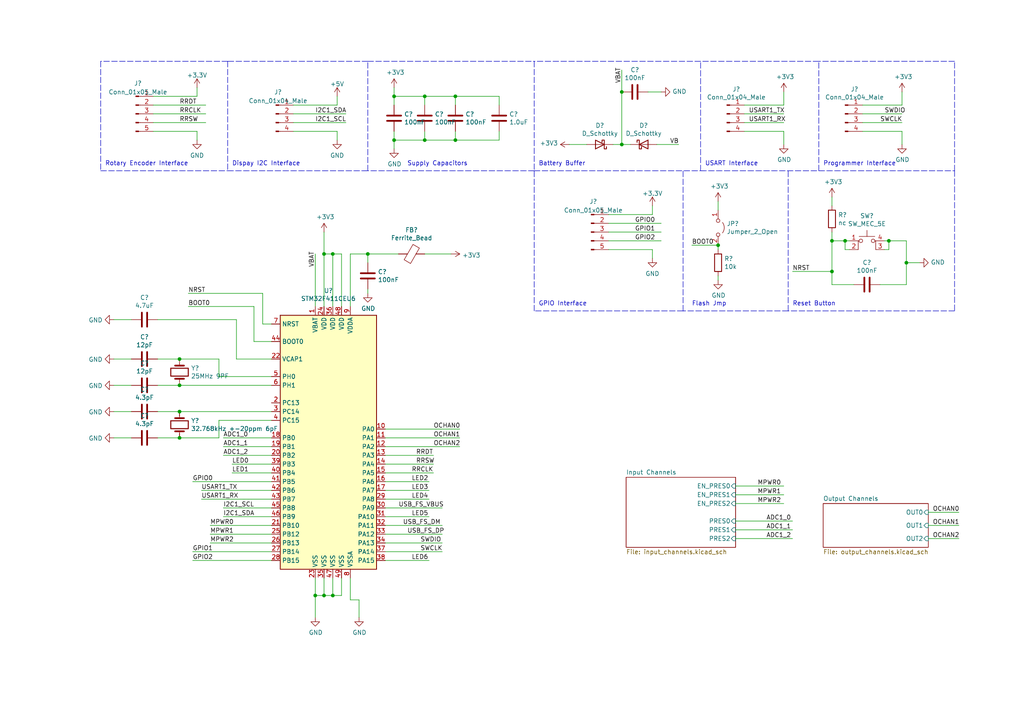
<source format=kicad_sch>
(kicad_sch (version 20211123) (generator eeschema)
  (paper "A4")
  (title_block (title "FloatPUMP Schematics") (date "2022-11-11") (rev "1.0") (company "robtor.de") (comment 1 "Controller board for up to 3 water pumps") (comment 2 "measuring capabilities with piezoresistive pressure sensors") (comment 3 "sensor input Range 4mA-20mA"))
  (lib_symbols
    (symbol "Connector:Conn_01x04_Male" (pin_names (offset 1.016) hide)
      (property "Reference" "J" (at 0 5.08 0))
      (property "Value" "Conn_01x04_Male" (at 0 -7.62 0))
      (symbol "Conn_01x04_Male_1_1"
        (polyline (pts (xy 1.27 -5.08) (xy 0.8636 -5.08)) (stroke (width 0.1524)))
        (polyline (pts (xy 1.27 -2.54) (xy 0.8636 -2.54)) (stroke (width 0.1524)))
        (polyline (pts (xy 1.27 0) (xy 0.8636 0)) (stroke (width 0.1524)))
        (polyline (pts (xy 1.27 2.54) (xy 0.8636 2.54)) (stroke (width 0.1524)))
        (rectangle (start 0.8636 -4.953) (end 0 -5.207) (stroke (width 0.1524)) (fill (type outline)))
        (rectangle (start 0.8636 -2.413) (end 0 -2.667) (stroke (width 0.1524)) (fill (type outline)))
        (rectangle (start 0.8636 0.127) (end 0 -0.127) (stroke (width 0.1524)) (fill (type outline)))
        (rectangle (start 0.8636 2.667) (end 0 2.413) (stroke (width 0.1524)) (fill (type outline)))
        (pin passive line (at 5.08 2.54 180) (length 3.81) (name "Pin_1") (number "1"))
        (pin passive line (at 5.08 0 180) (length 3.81) (name "Pin_2") (number "2"))
        (pin passive line (at 5.08 -2.54 180) (length 3.81) (name "Pin_3") (number "3"))
        (pin passive line (at 5.08 -5.08 180) (length 3.81) (name "Pin_4") (number "4"))
      )
    )
    (symbol "Connector:Conn_01x05_Male" (pin_names (offset 1.016) hide)
      (property "Reference" "J" (at 0 7.62 0))
      (property "Value" "Conn_01x05_Male" (at 0 -7.62 0))
      (symbol "Conn_01x05_Male_1_1"
        (polyline (pts (xy 1.27 -5.08) (xy 0.8636 -5.08)) (stroke (width 0.1524)))
        (polyline (pts (xy 1.27 -2.54) (xy 0.8636 -2.54)) (stroke (width 0.1524)))
        (polyline (pts (xy 1.27 0) (xy 0.8636 0)) (stroke (width 0.1524)))
        (polyline (pts (xy 1.27 2.54) (xy 0.8636 2.54)) (stroke (width 0.1524)))
        (polyline (pts (xy 1.27 5.08) (xy 0.8636 5.08)) (stroke (width 0.1524)))
        (rectangle (start 0.8636 -4.953) (end 0 -5.207) (stroke (width 0.1524)) (fill (type outline)))
        (rectangle (start 0.8636 -2.413) (end 0 -2.667) (stroke (width 0.1524)) (fill (type outline)))
        (rectangle (start 0.8636 0.127) (end 0 -0.127) (stroke (width 0.1524)) (fill (type outline)))
        (rectangle (start 0.8636 2.667) (end 0 2.413) (stroke (width 0.1524)) (fill (type outline)))
        (rectangle (start 0.8636 5.207) (end 0 4.953) (stroke (width 0.1524)) (fill (type outline)))
        (pin passive line (at 5.08 5.08 180) (length 3.81) (name "Pin_1") (number "1"))
        (pin passive line (at 5.08 2.54 180) (length 3.81) (name "Pin_2") (number "2"))
        (pin passive line (at 5.08 0 180) (length 3.81) (name "Pin_3") (number "3"))
        (pin passive line (at 5.08 -2.54 180) (length 3.81) (name "Pin_4") (number "4"))
        (pin passive line (at 5.08 -5.08 180) (length 3.81) (name "Pin_5") (number "5"))
      )
    )
    (symbol "Device:C" (pin_numbers hide) (pin_names (offset 0.254))
      (property "Reference" "C" (at 0.635 2.54 0))
      (property "Value" "C" (at 0.635 -2.54 0))
      (symbol "C_0_1"
        (polyline (pts (xy -2.032 -0.762) (xy 2.032 -0.762)) (stroke (width 0.508)))
        (polyline (pts (xy -2.032 0.762) (xy 2.032 0.762)) (stroke (width 0.508)))
      )
      (symbol "C_1_1"
        (pin passive line (at 0 3.81 270) (length 2.794) (name "~") (number "1"))
        (pin passive line (at 0 -3.81 90) (length 2.794) (name "~") (number "2"))
      )
    )
    (symbol "Device:Crystal" (pin_numbers hide) (pin_names (offset 1.016) hide)
      (property "Reference" "Y" (at 0 3.81 0))
      (property "Value" "Crystal" (at 0 -3.81 0))
      (symbol "Crystal_0_1"
        (rectangle (start -1.143 2.54) (end 1.143 -2.54) (stroke (width 0.3048)))
        (polyline (pts (xy -2.54 0) (xy -1.905 0)))
        (polyline (pts (xy -1.905 -1.27) (xy -1.905 1.27)) (stroke (width 0.508)))
        (polyline (pts (xy 1.905 -1.27) (xy 1.905 1.27)) (stroke (width 0.508)))
        (polyline (pts (xy 2.54 0) (xy 1.905 0)))
      )
      (symbol "Crystal_1_1"
        (pin passive line (at -3.81 0 0) (length 1.27) (name "1") (number "1"))
        (pin passive line (at 3.81 0 180) (length 1.27) (name "2") (number "2"))
      )
    )
    (symbol "Device:D_Schottky" (pin_numbers hide) (pin_names (offset 1.016) hide)
      (property "Reference" "D" (at 0 2.54 0))
      (property "Value" "D_Schottky" (at 0 -2.54 0))
      (symbol "D_Schottky_0_1"
        (polyline (pts (xy 1.27 0) (xy -1.27 0)))
        (polyline (pts (xy 1.27 1.27) (xy 1.27 -1.27) (xy -1.27 0) (xy 1.27 1.27)) (stroke (width 0.254)))
        (polyline (pts (xy -1.905 0.635) (xy -1.905 1.27) (xy -1.27 1.27) (xy -1.27 -1.27) (xy -0.635 -1.27) (xy -0.635 -0.635)) (stroke (width 0.254)))
      )
      (symbol "D_Schottky_1_1"
        (pin passive line (at -3.81 0 0) (length 2.54) (name "K") (number "1"))
        (pin passive line (at 3.81 0 180) (length 2.54) (name "A") (number "2"))
      )
    )
    (symbol "Device:R" (pin_numbers hide) (pin_names (offset 0))
      (property "Reference" "R" (at 2.032 0 90))
      (property "Value" "R" (at 0 0 90))
      (symbol "R_0_1"
        (rectangle (start -1.016 -2.54) (end 1.016 2.54) (stroke (width 0.254)))
      )
      (symbol "R_1_1"
        (pin passive line (at 0 3.81 270) (length 1.27) (name "~") (number "1"))
        (pin passive line (at 0 -3.81 90) (length 1.27) (name "~") (number "2"))
      )
    )
    (symbol "FloatPUMP-rescue:+3.3V-power" (power) (pin_names (offset 0))
      (property "Value" "+3.3V-power" (at 0 3.556 0))
      (symbol "+3.3V-power_0_1"
        (polyline (pts (xy -0.762 1.27) (xy 0 2.54)))
        (polyline (pts (xy 0 0) (xy 0 2.54)))
        (polyline (pts (xy 0 2.54) (xy 0.762 1.27)))
      )
      (symbol "+3.3V-power_1_1"
        (pin power_in line (at 0 0 90) (length 0) hide (name "+3V3") (number "1"))
      )
    )
    (symbol "FloatPUMP-rescue:Ferrite_Bead-Device" (pin_numbers hide) (pin_names (offset 0))
      (property "Reference" "FB" (at -3.81 0.635 90))
      (property "Value" "Ferrite_Bead-Device" (at 3.81 0 90))
      (symbol "Ferrite_Bead-Device_0_1"
        (polyline (pts (xy 0 -1.27) (xy 0 -1.2192)))
        (polyline (pts (xy 0 1.27) (xy 0 1.2954)))
        (polyline (pts (xy -2.7686 0.4064) (xy -1.7018 2.2606) (xy 2.7686 -0.3048) (xy 1.6764 -2.159) (xy -2.7686 0.4064)))
      )
      (symbol "Ferrite_Bead-Device_1_1"
        (pin passive line (at 0 3.81 270) (length 2.54) (name "~") (number "1"))
        (pin passive line (at 0 -3.81 90) (length 2.54) (name "~") (number "2"))
      )
    )
    (symbol "Jumper:Jumper_2_Open" (pin_names (offset 0) hide)
      (property "Reference" "JP" (at 0 2.794 0))
      (property "Value" "Jumper_2_Open" (at 0 -2.286 0))
      (symbol "Jumper_2_Open_0_0"
        (circle (center -2.032 0) (radius 0.508))
        (circle (center 2.032 0) (radius 0.508))
      )
      (symbol "Jumper_2_Open_0_1"
        (arc (start 1.524 1.27) (mid 0 1.778) (end -1.524 1.27))
      )
      (symbol "Jumper_2_Open_1_1"
        (pin passive line (at -5.08 0 0) (length 2.54) (name "A") (number "1"))
        (pin passive line (at 5.08 0 180) (length 2.54) (name "B") (number "2"))
      )
    )
    (symbol "MCU_ST_STM32F4:STM32F411CEUx"
      (property "Reference" "U" (at -15.24 36.83 0))
      (property "Value" "STM32F411CEUx" (at 7.62 36.83 0))
      (symbol "STM32F411CEUx_0_1"
        (rectangle (start -15.24 -38.1) (end 12.7 35.56) (stroke (width 0.254)) (fill (type background)))
      )
      (symbol "STM32F411CEUx_1_1"
        (pin power_in line (at -5.08 38.1 270) (length 2.54) (name "VBAT") (number "1"))
        (pin bidirectional line (at 15.24 2.54 180) (length 2.54) (name "PA0") (number "10"))
        (pin bidirectional line (at 15.24 0 180) (length 2.54) (name "PA1") (number "11"))
        (pin bidirectional line (at 15.24 -2.54 180) (length 2.54) (name "PA2") (number "12"))
        (pin bidirectional line (at 15.24 -5.08 180) (length 2.54) (name "PA3") (number "13"))
        (pin bidirectional line (at 15.24 -7.62 180) (length 2.54) (name "PA4") (number "14"))
        (pin bidirectional line (at 15.24 -10.16 180) (length 2.54) (name "PA5") (number "15"))
        (pin bidirectional line (at 15.24 -12.7 180) (length 2.54) (name "PA6") (number "16"))
        (pin bidirectional line (at 15.24 -15.24 180) (length 2.54) (name "PA7") (number "17"))
        (pin bidirectional line (at -17.78 0 0) (length 2.54) (name "PB0") (number "18"))
        (pin bidirectional line (at -17.78 -2.54 0) (length 2.54) (name "PB1") (number "19"))
        (pin bidirectional line (at -17.78 10.16 0) (length 2.54) (name "PC13") (number "2"))
        (pin bidirectional line (at -17.78 -5.08 0) (length 2.54) (name "PB2") (number "20"))
        (pin bidirectional line (at -17.78 -25.4 0) (length 2.54) (name "PB10") (number "21"))
        (pin power_in line (at -17.78 22.86 0) (length 2.54) (name "VCAP1") (number "22"))
        (pin power_in line (at -5.08 -40.64 90) (length 2.54) (name "VSS") (number "23"))
        (pin power_in line (at -2.54 38.1 270) (length 2.54) (name "VDD") (number "24"))
        (pin bidirectional line (at -17.78 -27.94 0) (length 2.54) (name "PB12") (number "25"))
        (pin bidirectional line (at -17.78 -30.48 0) (length 2.54) (name "PB13") (number "26"))
        (pin bidirectional line (at -17.78 -33.02 0) (length 2.54) (name "PB14") (number "27"))
        (pin bidirectional line (at -17.78 -35.56 0) (length 2.54) (name "PB15") (number "28"))
        (pin bidirectional line (at 15.24 -17.78 180) (length 2.54) (name "PA8") (number "29"))
        (pin bidirectional line (at -17.78 7.62 0) (length 2.54) (name "PC14") (number "3"))
        (pin bidirectional line (at 15.24 -20.32 180) (length 2.54) (name "PA9") (number "30"))
        (pin bidirectional line (at 15.24 -22.86 180) (length 2.54) (name "PA10") (number "31"))
        (pin bidirectional line (at 15.24 -25.4 180) (length 2.54) (name "PA11") (number "32"))
        (pin bidirectional line (at 15.24 -27.94 180) (length 2.54) (name "PA12") (number "33"))
        (pin bidirectional line (at 15.24 -30.48 180) (length 2.54) (name "PA13") (number "34"))
        (pin power_in line (at -2.54 -40.64 90) (length 2.54) (name "VSS") (number "35"))
        (pin power_in line (at 0 38.1 270) (length 2.54) (name "VDD") (number "36"))
        (pin bidirectional line (at 15.24 -33.02 180) (length 2.54) (name "PA14") (number "37"))
        (pin bidirectional line (at 15.24 -35.56 180) (length 2.54) (name "PA15") (number "38"))
        (pin bidirectional line (at -17.78 -7.62 0) (length 2.54) (name "PB3") (number "39"))
        (pin bidirectional line (at -17.78 5.08 0) (length 2.54) (name "PC15") (number "4"))
        (pin bidirectional line (at -17.78 -10.16 0) (length 2.54) (name "PB4") (number "40"))
        (pin bidirectional line (at -17.78 -12.7 0) (length 2.54) (name "PB5") (number "41"))
        (pin bidirectional line (at -17.78 -15.24 0) (length 2.54) (name "PB6") (number "42"))
        (pin bidirectional line (at -17.78 -17.78 0) (length 2.54) (name "PB7") (number "43"))
        (pin input line (at -17.78 27.94 0) (length 2.54) (name "BOOT0") (number "44"))
        (pin bidirectional line (at -17.78 -20.32 0) (length 2.54) (name "PB8") (number "45"))
        (pin bidirectional line (at -17.78 -22.86 0) (length 2.54) (name "PB9") (number "46"))
        (pin power_in line (at 0 -40.64 90) (length 2.54) (name "VSS") (number "47"))
        (pin power_in line (at 2.54 38.1 270) (length 2.54) (name "VDD") (number "48"))
        (pin power_in line (at 2.54 -40.64 90) (length 2.54) (name "VSS") (number "49"))
        (pin input line (at -17.78 17.78 0) (length 2.54) (name "PH0") (number "5"))
        (pin input line (at -17.78 15.24 0) (length 2.54) (name "PH1") (number "6"))
        (pin input line (at -17.78 33.02 0) (length 2.54) (name "NRST") (number "7"))
        (pin power_in line (at 5.08 -40.64 90) (length 2.54) (name "VSSA") (number "8"))
        (pin power_in line (at 5.08 38.1 270) (length 2.54) (name "VDDA") (number "9"))
      )
    )
    (symbol "Switch:SW_MEC_5E" (pin_names (offset 1.016) hide)
      (property "Reference" "SW" (at 0.635 5.715 0))
      (property "Value" "SW_MEC_5E" (at 0 -3.175 0))
      (symbol "SW_MEC_5E_0_1"
        (circle (center -1.778 2.54) (radius 0.508))
        (polyline (pts (xy -2.286 3.81) (xy 2.286 3.81)))
        (polyline (pts (xy 0 3.81) (xy 0 5.588)))
        (polyline (pts (xy -2.54 0) (xy -2.54 2.54) (xy -2.286 2.54)))
        (polyline (pts (xy 2.54 0) (xy 2.54 2.54) (xy 2.286 2.54)))
        (circle (center 1.778 2.54) (radius 0.508))
        (pin passive line (at -5.08 2.54 0) (length 2.54) (name "1") (number "1"))
        (pin passive line (at -5.08 0 0) (length 2.54) (name "2") (number "2"))
        (pin passive line (at 5.08 0 180) (length 2.54) (name "K") (number "3"))
        (pin passive line (at 5.08 2.54 180) (length 2.54) (name "A") (number "4"))
      )
    )
    (symbol "power:+3.3V" (power) (pin_names (offset 0))
      (property "Value" "+3.3V" (at 0 3.556 0))
      (symbol "+3.3V_0_1"
        (polyline (pts (xy -0.762 1.27) (xy 0 2.54)))
        (polyline (pts (xy 0 0) (xy 0 2.54)))
        (polyline (pts (xy 0 2.54) (xy 0.762 1.27)))
      )
      (symbol "+3.3V_1_1"
        (pin power_in line (at 0 0 90) (length 0) hide (name "+3.3V") (number "1"))
      )
    )
    (symbol "power:+5V" (power) (pin_names (offset 0))
      (property "Value" "+5V" (at 0 3.556 0))
      (symbol "+5V_0_1"
        (polyline (pts (xy -0.762 1.27) (xy 0 2.54)))
        (polyline (pts (xy 0 0) (xy 0 2.54)))
        (polyline (pts (xy 0 2.54) (xy 0.762 1.27)))
      )
      (symbol "+5V_1_1"
        (pin power_in line (at 0 0 90) (length 0) hide (name "+5V") (number "1"))
      )
    )
    (symbol "power:GND" (power) (pin_names (offset 0))
      (property "Value" "GND" (at 0 -3.81 0))
      (symbol "GND_0_1"
        (polyline (pts (xy 0 0) (xy 0 -1.27) (xy 1.27 -1.27) (xy 0 -2.54) (xy -1.27 -1.27) (xy 0 -1.27)))
      )
      (symbol "GND_1_1"
        (pin power_in line (at 0 0 270) (length 0) hide (name "GND") (number "1"))
      )
    )
  )
  (junction (at 91.44 172.72))
  (junction (at 96.52 73.66))
  (junction (at 132.08 27.94))
  (junction (at 123.19 40.64))
  (junction (at 123.19 27.94))
  (junction (at 96.52 172.72))
  (junction (at 52.07 127))
  (junction (at 114.3 40.64))
  (junction (at 241.3 78.74))
  (junction (at 180.34 41.91))
  (junction (at 262.89 76.2))
  (junction (at 132.08 40.64))
  (junction (at 52.07 104.14))
  (junction (at 257.81 69.85))
  (junction (at 52.07 119.38))
  (junction (at 52.07 111.76))
  (junction (at 245.11 69.85))
  (junction (at 180.34 26.67))
  (junction (at 106.68 73.66))
  (junction (at 208.28 71.12))
  (junction (at 114.3 27.94))
  (junction (at 93.98 73.66))
  (junction (at 93.98 172.72))
  (junction (at 241.3 69.85))
  (wire (pts (xy 64.77 129.54) (xy 78.74 129.54)))
  (wire (pts (xy 38.1 119.38) (xy 33.02 119.38)))
  (wire (pts (xy 73.66 99.06) (xy 73.66 88.9)))
  (wire (pts (xy 255.27 82.55) (xy 262.89 82.55)))
  (wire (pts (xy 99.06 73.66) (xy 96.52 73.66)))
  (wire (pts (xy 123.19 27.94) (xy 123.19 30.48)))
  (wire (pts (xy 114.3 27.94) (xy 114.3 30.48)))
  (wire (pts (xy 52.07 104.14) (xy 45.72 104.14)))
  (wire (pts (xy 78.74 119.38) (xy 52.07 119.38)))
  (wire (pts (xy 78.74 139.7) (xy 55.88 139.7)))
  (wire (pts (xy 78.74 160.02) (xy 55.88 160.02)))
  (polyline (pts (xy 106.68 49.53) (xy 106.68 17.78)))
  (wire (pts (xy 78.74 132.08) (xy 64.77 132.08)))
  (wire (pts (xy 93.98 172.72) (xy 91.44 172.72)))
  (polyline (pts (xy 228.6 90.17) (xy 198.12 90.17)))
  (wire (pts (xy 78.74 149.86) (xy 64.77 149.86)))
  (wire (pts (xy 106.68 83.82) (xy 106.68 85.09)))
  (wire (pts (xy 208.28 80.01) (xy 208.28 81.28)))
  (wire (pts (xy 111.76 127) (xy 133.35 127)))
  (wire (pts (xy 111.76 157.48) (xy 128.27 157.48)))
  (wire (pts (xy 215.9 35.56) (xy 227.33 35.56)))
  (wire (pts (xy 104.14 173.99) (xy 101.6 173.99)))
  (polyline (pts (xy 154.94 90.17) (xy 154.94 49.53)))
  (wire (pts (xy 241.3 69.85) (xy 241.3 78.74)))
  (wire (pts (xy 96.52 167.64) (xy 96.52 172.72)))
  (wire (pts (xy 241.3 78.74) (xy 229.87 78.74)))
  (wire (pts (xy 104.14 179.07) (xy 104.14 173.99)))
  (wire (pts (xy 176.53 72.39) (xy 189.23 72.39)))
  (wire (pts (xy 144.78 40.64) (xy 132.08 40.64)))
  (wire (pts (xy 44.45 27.94) (xy 57.15 27.94)))
  (wire (pts (xy 189.23 72.39) (xy 189.23 74.93)))
  (wire (pts (xy 256.54 72.39) (xy 257.81 72.39)))
  (wire (pts (xy 111.76 160.02) (xy 128.27 160.02)))
  (wire (pts (xy 52.07 111.76) (xy 45.72 111.76)))
  (wire (pts (xy 111.76 147.32) (xy 128.27 147.32)))
  (polyline (pts (xy 66.04 17.78) (xy 29.21 17.78)))
  (polyline (pts (xy 66.04 49.53) (xy 106.68 49.53)))
  (wire (pts (xy 250.19 33.02) (xy 261.62 33.02)))
  (wire (pts (xy 33.02 111.76) (xy 38.1 111.76)))
  (wire (pts (xy 132.08 27.94) (xy 123.19 27.94)))
  (polyline (pts (xy 154.94 49.53) (xy 106.68 49.53)))
  (wire (pts (xy 132.08 38.1) (xy 132.08 40.64)))
  (wire (pts (xy 123.19 73.66) (xy 130.81 73.66)))
  (wire (pts (xy 246.38 72.39) (xy 245.11 72.39)))
  (wire (pts (xy 176.53 67.31) (xy 191.77 67.31)))
  (wire (pts (xy 250.19 30.48) (xy 261.62 30.48)))
  (wire (pts (xy 111.76 124.46) (xy 133.35 124.46)))
  (wire (pts (xy 78.74 144.78) (xy 58.42 144.78)))
  (wire (pts (xy 257.81 69.85) (xy 262.89 69.85)))
  (wire (pts (xy 247.65 82.55) (xy 241.3 82.55)))
  (wire (pts (xy 45.72 92.71) (xy 68.58 92.71)))
  (wire (pts (xy 111.76 129.54) (xy 133.35 129.54)))
  (polyline (pts (xy 29.21 17.78) (xy 29.21 49.53)))
  (wire (pts (xy 99.06 167.64) (xy 99.06 172.72)))
  (wire (pts (xy 213.36 140.97) (xy 227.33 140.97)))
  (wire (pts (xy 111.76 137.16) (xy 125.73 137.16)))
  (wire (pts (xy 68.58 104.14) (xy 78.74 104.14)))
  (wire (pts (xy 96.52 88.9) (xy 96.52 73.66)))
  (wire (pts (xy 180.34 26.67) (xy 180.34 20.32)))
  (wire (pts (xy 269.24 152.4) (xy 278.13 152.4)))
  (wire (pts (xy 208.28 58.42) (xy 208.28 60.96)))
  (polyline (pts (xy 276.86 49.53) (xy 276.86 17.78)))
  (polyline (pts (xy 154.94 49.53) (xy 203.2 49.53)))
  (wire (pts (xy 52.07 119.38) (xy 45.72 119.38)))
  (wire (pts (xy 208.28 71.12) (xy 200.66 71.12)))
  (wire (pts (xy 38.1 104.14) (xy 33.02 104.14)))
  (wire (pts (xy 227.33 38.1) (xy 227.33 41.91)))
  (wire (pts (xy 111.76 142.24) (xy 124.46 142.24)))
  (wire (pts (xy 78.74 137.16) (xy 67.31 137.16)))
  (polyline (pts (xy 106.68 17.78) (xy 154.94 17.78)))
  (wire (pts (xy 262.89 69.85) (xy 262.89 76.2)))
  (wire (pts (xy 213.36 151.13) (xy 229.87 151.13)))
  (wire (pts (xy 111.76 134.62) (xy 125.73 134.62)))
  (wire (pts (xy 144.78 38.1) (xy 144.78 40.64)))
  (wire (pts (xy 76.2 93.98) (xy 76.2 85.09)))
  (wire (pts (xy 227.33 30.48) (xy 227.33 26.67)))
  (wire (pts (xy 241.3 57.15) (xy 241.3 59.69)))
  (polyline (pts (xy 106.68 17.78) (xy 66.04 17.78)))
  (wire (pts (xy 123.19 27.94) (xy 114.3 27.94)))
  (wire (pts (xy 241.3 78.74) (xy 241.3 82.55)))
  (wire (pts (xy 63.5 104.14) (xy 52.07 104.14)))
  (wire (pts (xy 215.9 30.48) (xy 227.33 30.48)))
  (wire (pts (xy 176.53 62.23) (xy 189.23 62.23)))
  (polyline (pts (xy 29.21 49.53) (xy 66.04 49.53)))
  (wire (pts (xy 63.5 109.22) (xy 63.5 104.14)))
  (wire (pts (xy 101.6 88.9) (xy 101.6 73.66)))
  (wire (pts (xy 213.36 156.21) (xy 229.87 156.21)))
  (wire (pts (xy 241.3 69.85) (xy 245.11 69.85)))
  (wire (pts (xy 262.89 76.2) (xy 266.7 76.2)))
  (wire (pts (xy 63.5 121.92) (xy 63.5 127)))
  (wire (pts (xy 78.74 134.62) (xy 67.31 134.62)))
  (wire (pts (xy 111.76 152.4) (xy 128.27 152.4)))
  (wire (pts (xy 123.19 38.1) (xy 123.19 40.64)))
  (wire (pts (xy 144.78 30.48) (xy 144.78 27.94)))
  (polyline (pts (xy 276.86 17.78) (xy 237.49 17.78)))
  (wire (pts (xy 78.74 111.76) (xy 52.07 111.76)))
  (wire (pts (xy 114.3 38.1) (xy 114.3 40.64)))
  (wire (pts (xy 111.76 132.08) (xy 125.73 132.08)))
  (wire (pts (xy 241.3 67.31) (xy 241.3 69.85)))
  (wire (pts (xy 215.9 38.1) (xy 227.33 38.1)))
  (wire (pts (xy 123.19 40.64) (xy 114.3 40.64)))
  (wire (pts (xy 93.98 88.9) (xy 93.98 73.66)))
  (wire (pts (xy 213.36 153.67) (xy 229.87 153.67)))
  (wire (pts (xy 261.62 30.48) (xy 261.62 26.67)))
  (wire (pts (xy 182.88 41.91) (xy 180.34 41.91)))
  (wire (pts (xy 73.66 88.9) (xy 54.61 88.9)))
  (wire (pts (xy 99.06 172.72) (xy 96.52 172.72)))
  (wire (pts (xy 68.58 92.71) (xy 68.58 104.14)))
  (wire (pts (xy 96.52 172.72) (xy 93.98 172.72)))
  (wire (pts (xy 180.34 41.91) (xy 177.8 41.91)))
  (wire (pts (xy 132.08 40.64) (xy 123.19 40.64)))
  (wire (pts (xy 78.74 109.22) (xy 63.5 109.22)))
  (wire (pts (xy 111.76 139.7) (xy 124.46 139.7)))
  (polyline (pts (xy 154.94 17.78) (xy 154.94 49.53)))
  (wire (pts (xy 85.09 38.1) (xy 97.79 38.1)))
  (wire (pts (xy 245.11 72.39) (xy 245.11 69.85)))
  (polyline (pts (xy 237.49 17.78) (xy 203.2 17.78)))
  (wire (pts (xy 97.79 38.1) (xy 97.79 40.64)))
  (wire (pts (xy 91.44 172.72) (xy 91.44 167.64)))
  (wire (pts (xy 76.2 85.09) (xy 54.61 85.09)))
  (wire (pts (xy 111.76 149.86) (xy 124.46 149.86)))
  (polyline (pts (xy 237.49 49.53) (xy 237.49 17.78)))
  (wire (pts (xy 78.74 154.94) (xy 60.96 154.94)))
  (wire (pts (xy 44.45 33.02) (xy 59.69 33.02)))
  (wire (pts (xy 269.24 156.21) (xy 278.13 156.21)))
  (wire (pts (xy 38.1 92.71) (xy 33.02 92.71)))
  (wire (pts (xy 33.02 127) (xy 38.1 127)))
  (wire (pts (xy 93.98 73.66) (xy 93.98 67.31)))
  (wire (pts (xy 93.98 167.64) (xy 93.98 172.72)))
  (wire (pts (xy 97.79 27.94) (xy 97.79 30.48)))
  (wire (pts (xy 106.68 76.2) (xy 106.68 73.66)))
  (wire (pts (xy 215.9 33.02) (xy 227.33 33.02)))
  (wire (pts (xy 176.53 64.77) (xy 191.77 64.77)))
  (wire (pts (xy 132.08 30.48) (xy 132.08 27.94)))
  (wire (pts (xy 189.23 59.69) (xy 189.23 62.23)))
  (polyline (pts (xy 198.12 90.17) (xy 198.12 49.53)))
  (wire (pts (xy 262.89 76.2) (xy 262.89 82.55)))
  (polyline (pts (xy 276.86 49.53) (xy 276.86 90.17)))
  (wire (pts (xy 257.81 72.39) (xy 257.81 69.85)))
  (wire (pts (xy 78.74 93.98) (xy 76.2 93.98)))
  (wire (pts (xy 85.09 30.48) (xy 97.79 30.48)))
  (wire (pts (xy 63.5 127) (xy 52.07 127)))
  (wire (pts (xy 180.34 41.91) (xy 180.34 26.67)))
  (wire (pts (xy 57.15 38.1) (xy 57.15 40.64)))
  (polyline (pts (xy 228.6 90.17) (xy 228.6 49.53)))
  (wire (pts (xy 256.54 69.85) (xy 257.81 69.85)))
  (wire (pts (xy 250.19 35.56) (xy 261.62 35.56)))
  (wire (pts (xy 78.74 162.56) (xy 55.88 162.56)))
  (polyline (pts (xy 198.12 90.17) (xy 154.94 90.17)))
  (polyline (pts (xy 276.86 90.17) (xy 228.6 90.17)))
  (wire (pts (xy 111.76 154.94) (xy 128.27 154.94)))
  (polyline (pts (xy 66.04 17.78) (xy 66.04 49.53)))
  (wire (pts (xy 91.44 88.9) (xy 91.44 73.66)))
  (wire (pts (xy 96.52 73.66) (xy 93.98 73.66)))
  (wire (pts (xy 250.19 38.1) (xy 261.62 38.1)))
  (wire (pts (xy 114.3 27.94) (xy 114.3 25.4)))
  (wire (pts (xy 99.06 88.9) (xy 99.06 73.66)))
  (wire (pts (xy 208.28 72.39) (xy 208.28 71.12)))
  (wire (pts (xy 114.3 40.64) (xy 114.3 43.18)))
  (wire (pts (xy 176.53 69.85) (xy 191.77 69.85)))
  (polyline (pts (xy 203.2 49.53) (xy 237.49 49.53)))
  (wire (pts (xy 111.76 162.56) (xy 124.46 162.56)))
  (wire (pts (xy 44.45 38.1) (xy 57.15 38.1)))
  (wire (pts (xy 261.62 38.1) (xy 261.62 41.91)))
  (wire (pts (xy 58.42 142.24) (xy 78.74 142.24)))
  (wire (pts (xy 245.11 69.85) (xy 246.38 69.85)))
  (wire (pts (xy 91.44 172.72) (xy 91.44 179.07)))
  (wire (pts (xy 78.74 121.92) (xy 63.5 121.92)))
  (wire (pts (xy 78.74 99.06) (xy 73.66 99.06)))
  (wire (pts (xy 213.36 143.51) (xy 227.33 143.51)))
  (wire (pts (xy 78.74 127) (xy 64.77 127)))
  (polyline (pts (xy 203.2 17.78) (xy 154.94 17.78)))
  (wire (pts (xy 190.5 41.91) (xy 196.85 41.91)))
  (wire (pts (xy 191.77 26.67) (xy 187.96 26.67)))
  (wire (pts (xy 106.68 73.66) (xy 115.57 73.66)))
  (wire (pts (xy 85.09 33.02) (xy 100.33 33.02)))
  (wire (pts (xy 111.76 144.78) (xy 124.46 144.78)))
  (wire (pts (xy 78.74 157.48) (xy 60.96 157.48)))
  (wire (pts (xy 44.45 30.48) (xy 59.69 30.48)))
  (wire (pts (xy 85.09 35.56) (xy 100.33 35.56)))
  (wire (pts (xy 52.07 127) (xy 45.72 127)))
  (wire (pts (xy 144.78 27.94) (xy 132.08 27.94)))
  (polyline (pts (xy 203.2 49.53) (xy 203.2 17.78)))
  (wire (pts (xy 269.24 148.59) (xy 278.13 148.59)))
  (wire (pts (xy 57.15 25.4) (xy 57.15 27.94)))
  (wire (pts (xy 101.6 173.99) (xy 101.6 167.64)))
  (wire (pts (xy 165.1 41.91) (xy 170.18 41.91)))
  (wire (pts (xy 44.45 35.56) (xy 59.69 35.56)))
  (wire (pts (xy 78.74 147.32) (xy 64.77 147.32)))
  (wire (pts (xy 101.6 73.66) (xy 106.68 73.66)))
  (wire (pts (xy 78.74 152.4) (xy 60.96 152.4)))
  (polyline (pts (xy 237.49 49.53) (xy 276.86 49.53)))
  (wire (pts (xy 213.36 146.05) (xy 227.33 146.05)))
  (text "Dispay I2C Interface" (at 67.31 48.26 0) (effects (font (size 1.27 1.27)) (justify left bottom)))
  (text "GPIO Interface" (at 156.21 88.9 0) (effects (font (size 1.27 1.27)) (justify left bottom)))
  (text "Supply Capacitors" (at 118.11 48.26 0) (effects (font (size 1.27 1.27)) (justify left bottom)))
  (text "Programmer Interface" (at 238.76 48.26 0) (effects (font (size 1.27 1.27)) (justify left bottom)))
  (text "USART Interface" (at 204.47 48.26 0) (effects (font (size 1.27 1.27)) (justify left bottom)))
  (text "Flash Jmp" (at 200.66 88.9 0) (effects (font (size 1.27 1.27)) (justify left bottom)))
  (text "Reset Button" (at 229.87 88.9 0) (effects (font (size 1.27 1.27)) (justify left bottom)))
  (text "Rotary Encoder Interface" (at 30.48 48.26 0) (effects (font (size 1.27 1.27)) (justify left bottom)))
  (text "Battery Buffer" (at 156.21 48.26 0) (effects (font (size 1.27 1.27)) (justify left bottom)))
  (label "ADC1_2" (at 64.77 132.08 0))
  (label "GPIO1" (at 184.15 67.31 0))
  (label "VB" (at 194.31 41.91 0))
  (label "SWDIO" (at 256.54 33.02 0))
  (label "NRST" (at 229.87 78.74 0))
  (label "I2C1_SCL" (at 91.44 35.56 0))
  (label "RRDT" (at 52.07 30.48 0))
  (label "USART1_RX" (at 58.42 144.78 0))
  (label "VBAT" (at 91.44 77.47 90))
  (label "SWDIO" (at 121.92 157.48 0))
  (label "GPIO2" (at 55.88 162.56 0))
  (label "MPWR2" (at 60.96 157.48 0))
  (label "USB_FS_DM" (at 116.84 152.4 0))
  (label "LED4" (at 119.38 144.78 0))
  (label "BOOT0" (at 200.66 71.12 0))
  (label "OCHAN2" (at 270.51 156.21 0))
  (label "SWCLK" (at 121.92 160.02 0))
  (label "I2C1_SDA" (at 64.77 149.86 0))
  (label "USART1_TX" (at 58.42 142.24 0))
  (label "RRSW" (at 52.07 35.56 0))
  (label "ADC1_1" (at 222.25 153.67 0))
  (label "I2C1_SCL" (at 64.77 147.32 0))
  (label "LED0" (at 67.31 134.62 0))
  (label "OCHAN1" (at 125.73 127 0))
  (label "SWCLK" (at 255.27 35.56 0))
  (label "OCHAN2" (at 125.73 129.54 0))
  (label "RRSW" (at 120.65 134.62 0))
  (label "OCHAN0" (at 270.51 148.59 0))
  (label "ADC1_2" (at 222.25 156.21 0))
  (label "USART1_RX" (at 217.17 35.56 0))
  (label "MPWR2" (at 219.71 146.05 0))
  (label "LED6" (at 119.38 162.56 0))
  (label "NRST" (at 54.61 85.09 0))
  (label "GPIO0" (at 55.88 139.7 0))
  (label "RRCLK" (at 119.38 137.16 0))
  (label "LED3" (at 119.38 142.24 0))
  (label "LED1" (at 67.31 137.16 0))
  (label "OCHAN0" (at 125.73 124.46 0))
  (label "GPIO0" (at 184.15 64.77 0))
  (label "GPIO1" (at 55.88 160.02 0))
  (label "OCHAN1" (at 270.51 152.4 0))
  (label "RRCLK" (at 52.07 33.02 0))
  (label "MPWR0" (at 219.71 140.97 0))
  (label "I2C1_SDA" (at 91.44 33.02 0))
  (label "ADC1_1" (at 64.77 129.54 0))
  (label "USB_FS_DP" (at 118.11 154.94 0))
  (label "USART1_TX" (at 217.17 33.02 0))
  (label "USB_FS_VBUS" (at 115.57 147.32 0))
  (label "ADC1_0" (at 64.77 127 0))
  (label "MPWR1" (at 60.96 154.94 0))
  (label "LED5" (at 119.38 149.86 0))
  (label "BOOT0" (at 54.61 88.9 0))
  (label "RRDT" (at 120.65 132.08 0))
  (label "MPWR1" (at 219.71 143.51 0))
  (label "ADC1_0" (at 222.25 151.13 0))
  (label "VBAT" (at 180.34 24.13 90))
  (label "MPWR0" (at 60.96 152.4 0))
  (label "LED2" (at 119.38 139.7 0))
  (label "GPIO2" (at 184.15 69.85 0))
  (symbol (lib_id "MCU_ST_STM32F4:STM32F411CEUx") (at 96.52 127 0) (unit 1)
    (property "Reference" "U?" (at 95.25 84.3026 0))
    (property "Value" "STM32F411CEU6" (at 95.25 86.614 0))
    (property "Footprint" "Package_DFN_QFN:QFN-48-1EP_7x7mm_P0.5mm_EP5.6x5.6mm" (effects hide))
    (property "Datasheet" "http://www.st.com/st-web-ui/static/active/en/resource/technical/document/datasheet/DM00115249.pdf" (effects hide))
  )
  (symbol (lib_id "Device:Crystal") (at 52.07 107.95 270) (unit 1)
    (property "Reference" "Y?" (at 55.3974 106.7816 90) (effects (justify left)))
    (property "Value" "25MHz 9PF" (at 55.3974 109.093 90) (effects (justify left)))
  )
  (symbol (lib_id "Device:C") (at 41.91 104.14 270) (unit 1)
    (property "Reference" "C?" (at 41.91 97.7392 90))
    (property "Value" "12pF" (at 41.91 100.0506 90))
  )
  (symbol (lib_id "Device:C") (at 41.91 111.76 270) (unit 1)
    (property "Reference" "C?" (at 41.91 105.3592 90))
    (property "Value" "12pF" (at 41.91 107.6706 90))
  )
  (symbol (lib_id "Device:Crystal") (at 52.07 123.19 270) (unit 1)
    (property "Reference" "Y?" (at 55.3974 122.0216 90) (effects (justify left)))
    (property "Value" "32.768kHz +-20ppm 6pF" (at 55.3974 124.333 90) (effects (justify left)))
  )
  (symbol (lib_id "Device:C") (at 41.91 119.38 270) (unit 1)
    (property "Reference" "C?" (at 41.91 112.9792 90))
    (property "Value" "4.3pF" (at 41.91 115.2906 90))
  )
  (symbol (lib_id "Device:C") (at 41.91 127 270) (unit 1)
    (property "Reference" "C?" (at 41.91 120.5992 90))
    (property "Value" "4.3pF" (at 41.91 122.9106 90))
  )
  (symbol (lib_id "power:GND") (at 33.02 104.14 270) (unit 1)
    (property "Reference" "#PWR?" (effects hide))
    (property "Value" "GND" (at 29.7688 104.267 90) (effects (justify right)))
  )
  (symbol (lib_id "power:GND") (at 33.02 111.76 270) (unit 1)
    (property "Reference" "#PWR?" (effects hide))
    (property "Value" "GND" (at 29.7688 111.887 90) (effects (justify right)))
  )
  (symbol (lib_id "power:GND") (at 33.02 119.38 270) (unit 1)
    (property "Reference" "#PWR?" (effects hide))
    (property "Value" "GND" (at 29.7688 119.507 90) (effects (justify right)))
  )
  (symbol (lib_id "power:GND") (at 33.02 127 270) (unit 1)
    (property "Reference" "#PWR?" (effects hide))
    (property "Value" "GND" (at 29.7688 127.127 90) (effects (justify right)))
  )
  (symbol (lib_id "Connector:Conn_01x04_Male") (at 245.11 33.02 0) (unit 1)
    (property "Reference" "J?" (at 247.8532 25.8826 0))
    (property "Value" "Conn_01x04_Male" (at 247.8532 28.194 0))
  )
  (symbol (lib_id "Device:C") (at 41.91 92.71 270) (unit 1)
    (property "Reference" "C?" (at 41.91 86.3092 90))
    (property "Value" "4.7uF" (at 41.91 88.6206 90))
  )
  (symbol (lib_id "power:GND") (at 33.02 92.71 270) (unit 1)
    (property "Reference" "#PWR?" (effects hide))
    (property "Value" "GND" (at 29.7688 92.837 90) (effects (justify right)))
  )
  (symbol (lib_id "FloatPUMP-rescue:+3.3V-power") (at 261.62 26.67 0) (unit 1)
    (property "Reference" "#PWR?" (effects hide))
    (property "Value" "+3.3V" (at 262.001 22.2758 0))
  )
  (symbol (lib_id "FloatPUMP-rescue:+3.3V-power") (at 93.98 67.31 0) (unit 1)
    (property "Reference" "#PWR?" (effects hide))
    (property "Value" "+3.3V" (at 94.361 62.9158 0))
  )
  (symbol (lib_id "FloatPUMP-rescue:+3.3V-power") (at 130.81 73.66 270) (unit 1)
    (property "Reference" "#PWR?" (effects hide))
    (property "Value" "+3.3V" (at 134.0612 74.041 90) (effects (justify left)))
  )
  (symbol (lib_id "power:GND") (at 106.68 85.09 0) (unit 1)
    (property "Reference" "#PWR?" (effects hide))
    (property "Value" "GND" (at 106.807 89.4842 0))
  )
  (symbol (lib_id "Device:C") (at 106.68 80.01 0) (unit 1)
    (property "Reference" "C?" (at 109.601 78.8416 0) (effects (justify left)))
    (property "Value" "100nF" (at 109.601 81.153 0) (effects (justify left)))
  )
  (symbol (lib_id "Device:C") (at 114.3 34.29 0) (unit 1)
    (property "Reference" "C?" (at 117.221 33.1216 0) (effects (justify left)))
    (property "Value" "100nF" (at 117.221 35.433 0) (effects (justify left)))
  )
  (symbol (lib_id "Device:C") (at 123.19 34.29 0) (unit 1)
    (property "Reference" "C?" (at 126.111 33.1216 0) (effects (justify left)))
    (property "Value" "100nF" (at 126.111 35.433 0) (effects (justify left)))
  )
  (symbol (lib_id "Device:C") (at 132.08 34.29 0) (unit 1)
    (property "Reference" "C?" (at 135.001 33.1216 0) (effects (justify left)))
    (property "Value" "100nF" (at 135.001 35.433 0) (effects (justify left)))
  )
  (symbol (lib_id "power:GND") (at 114.3 43.18 0) (unit 1)
    (property "Reference" "#PWR?" (effects hide))
    (property "Value" "GND" (at 114.427 47.5742 0))
  )
  (symbol (lib_id "FloatPUMP-rescue:+3.3V-power") (at 114.3 25.4 0) (unit 1)
    (property "Reference" "#PWR?" (effects hide))
    (property "Value" "+3.3V" (at 114.681 21.0058 0))
  )
  (symbol (lib_id "power:GND") (at 104.14 179.07 0) (unit 1)
    (property "Reference" "#PWR?" (effects hide))
    (property "Value" "GND" (at 104.267 183.4642 0))
  )
  (symbol (lib_id "power:GND") (at 91.44 179.07 0) (unit 1)
    (property "Reference" "#PWR?" (effects hide))
    (property "Value" "GND" (at 91.567 183.4642 0))
  )
  (symbol (lib_id "Jumper:Jumper_2_Open") (at 208.28 66.04 270) (unit 1)
    (property "Reference" "JP?" (at 210.7692 64.8716 90) (effects (justify left)))
    (property "Value" "Jumper_2_Open" (at 210.7692 67.183 90) (effects (justify left)))
  )
  (symbol (lib_id "power:GND") (at 261.62 41.91 0) (unit 1)
    (property "Reference" "#PWR?" (effects hide))
    (property "Value" "GND" (at 261.747 46.3042 0))
  )
  (symbol (lib_id "power:GND") (at 208.28 81.28 0) (unit 1)
    (property "Reference" "#PWR?" (effects hide))
    (property "Value" "GND" (at 208.407 85.6742 0))
  )
  (symbol (lib_id "FloatPUMP-rescue:+3.3V-power") (at 208.28 58.42 0) (unit 1)
    (property "Reference" "#PWR?" (effects hide))
    (property "Value" "+3.3V" (at 208.661 54.0258 0))
  )
  (symbol (lib_id "Device:R") (at 208.28 76.2 0) (unit 1)
    (property "Reference" "R?" (at 210.058 75.0316 0) (effects (justify left)))
    (property "Value" "10k" (at 210.058 77.343 0) (effects (justify left)))
  )
  (symbol (lib_id "Switch:SW_MEC_5E") (at 251.46 72.39 0) (unit 1)
    (property "Reference" "SW?" (at 251.46 62.611 0))
    (property "Value" "SW_MEC_5E" (at 251.46 64.9224 0))
    (property "Datasheet" "http://www.apem.com/int/index.php?controller=attachment&id_attachment=1371" (effects hide))
  )
  (symbol (lib_id "Device:C") (at 251.46 82.55 270) (unit 1)
    (property "Reference" "C?" (at 251.46 76.1492 90))
    (property "Value" "100nF" (at 251.46 78.4606 90))
  )
  (symbol (lib_id "FloatPUMP-rescue:Ferrite_Bead-Device") (at 119.38 73.66 270) (unit 1)
    (property "Reference" "FB?" (at 119.38 66.7004 90))
    (property "Value" "Ferrite_Bead" (at 119.38 69.0118 90))
  )
  (symbol (lib_id "Device:R") (at 241.3 63.5 0) (unit 1)
    (property "Reference" "R?" (at 243.078 62.3316 0) (effects (justify left)))
    (property "Value" "nc" (at 243.078 64.643 0) (effects (justify left)))
  )
  (symbol (lib_id "FloatPUMP-rescue:+3.3V-power") (at 241.3 57.15 0) (unit 1)
    (property "Reference" "#PWR?" (effects hide))
    (property "Value" "+3.3V" (at 241.681 52.7558 0))
  )
  (symbol (lib_id "Device:C") (at 144.78 34.29 0) (unit 1)
    (property "Reference" "C?" (at 147.701 33.1216 0) (effects (justify left)))
    (property "Value" "1.0uF" (at 147.701 35.433 0) (effects (justify left)))
  )
  (symbol (lib_id "power:GND") (at 266.7 76.2 90) (unit 1)
    (property "Reference" "#PWR?" (effects hide))
    (property "Value" "GND" (at 269.9512 76.073 90) (effects (justify right)))
  )
  (symbol (lib_id "Device:D_Schottky") (at 173.99 41.91 180) (unit 1)
    (property "Reference" "D?" (at 173.99 36.3982 0))
    (property "Value" "D_Schottky" (at 173.99 38.7096 0))
  )
  (symbol (lib_id "Device:D_Schottky") (at 186.69 41.91 0) (unit 1)
    (property "Reference" "D?" (at 186.69 36.3982 0))
    (property "Value" "D_Schottky" (at 186.69 38.7096 0))
  )
  (symbol (lib_id "Device:C") (at 184.15 26.67 90) (unit 1)
    (property "Reference" "C?" (at 184.15 20.2692 90))
    (property "Value" "100nF" (at 184.15 22.5806 90))
  )
  (symbol (lib_id "power:GND") (at 191.77 26.67 90) (unit 1)
    (property "Reference" "#PWR?" (effects hide))
    (property "Value" "GND" (at 195.0212 26.543 90) (effects (justify right)))
  )
  (symbol (lib_id "FloatPUMP-rescue:+3.3V-power") (at 165.1 41.91 90) (unit 1)
    (property "Reference" "#PWR?" (effects hide))
    (property "Value" "+3.3V" (at 161.8488 41.529 90) (effects (justify left)))
  )
  (symbol (lib_id "power:+5V") (at 97.79 27.94 0) (unit 1)
    (property "Reference" "#PWR?" (effects hide))
    (property "Value" "+5V" (at 97.79 24.3642 0))
  )
  (symbol (lib_id "Connector:Conn_01x05_Male") (at 39.37 33.02 0) (unit 1)
    (property "Reference" "J?" (at 40.005 24.164 0))
    (property "Value" "Conn_01x05_Male" (at 40.005 26.7009 0))
  )
  (symbol (lib_id "power:GND") (at 227.33 41.91 0) (unit 1)
    (property "Reference" "#PWR?" (effects hide))
    (property "Value" "GND" (at 227.457 46.3042 0))
  )
  (symbol (lib_id "power:+3.3V") (at 57.15 25.4 0) (unit 1)
    (property "Reference" "#PWR?" (effects hide))
    (property "Value" "+3.3V" (at 57.15 21.8242 0))
  )
  (symbol (lib_id "power:GND") (at 189.23 74.93 0) (unit 1)
    (property "Reference" "#PWR?" (effects hide))
    (property "Value" "GND" (at 189.23 79.3734 0))
  )
  (symbol (lib_id "power:GND") (at 57.15 40.64 0) (unit 1)
    (property "Reference" "#PWR?" (effects hide))
    (property "Value" "GND" (at 57.15 45.0834 0))
  )
  (symbol (lib_id "power:GND") (at 97.79 40.64 0) (unit 1)
    (property "Reference" "#PWR?" (effects hide))
    (property "Value" "GND" (at 97.79 45.0834 0))
  )
  (symbol (lib_id "power:+3.3V") (at 189.23 59.69 0) (unit 1)
    (property "Reference" "#PWR?" (effects hide))
    (property "Value" "+3.3V" (at 189.23 56.1142 0))
  )
  (symbol (lib_id "Connector:Conn_01x04_Male") (at 80.01 33.02 0) (unit 1)
    (property "Reference" "J?" (at 80.645 26.704 0))
    (property "Value" "Conn_01x04_Male" (at 80.645 29.2409 0))
  )
  (symbol (lib_id "FloatPUMP-rescue:+3.3V-power") (at 227.33 26.67 0) (unit 1)
    (property "Reference" "#PWR?" (effects hide))
    (property "Value" "+3.3V" (at 227.711 22.2758 0))
  )
  (symbol (lib_id "Connector:Conn_01x04_Male") (at 210.82 33.02 0) (unit 1)
    (property "Reference" "J?" (at 213.5632 25.8826 0))
    (property "Value" "Conn_01x04_Male" (at 213.5632 28.194 0))
  )
  (symbol (lib_id "Connector:Conn_01x05_Male") (at 171.45 67.31 0) (unit 1)
    (property "Reference" "J?" (at 172.085 58.454 0))
    (property "Value" "Conn_01x05_Male" (at 172.085 60.9909 0))
  )
  (sheet (at 181.61 138.43) (size 31.75 20.32)
    (property "Sheet name" "Input Channels" (at 181.61 137.7184 0) (effects (justify left bottom)))
    (property "Sheet file" "input_channels.kicad_sch" (at 181.61 159.3346 0) (effects (justify left top)))
    (pin "EN_PRES0" input (at 213.36 140.97 0))
    (pin "PRES0" input (at 213.36 151.13 0))
    (pin "EN_PRES1" input (at 213.36 143.51 0))
    (pin "PRES1" input (at 213.36 153.67 0))
    (pin "EN_PRES2" input (at 213.36 146.05 0))
    (pin "PRES2" input (at 213.36 156.21 0))
  )
  (sheet (at 238.76 146.05) (size 30.48 12.7) (stroke (width 0.1524))
    (property "Sheet name" "Output Channels" (at 238.76 145.3384 0) (effects (justify left bottom)))
    (property "Sheet file" "output_channels.kicad_sch" (at 238.76 159.3346 0) (effects (justify left top)))
    (pin "OUT1" input (at 269.24 152.4 0))
    (pin "OUT0" input (at 269.24 148.59 0))
    (pin "OUT2" input (at 269.24 156.21 0))
  )
)
</source>
